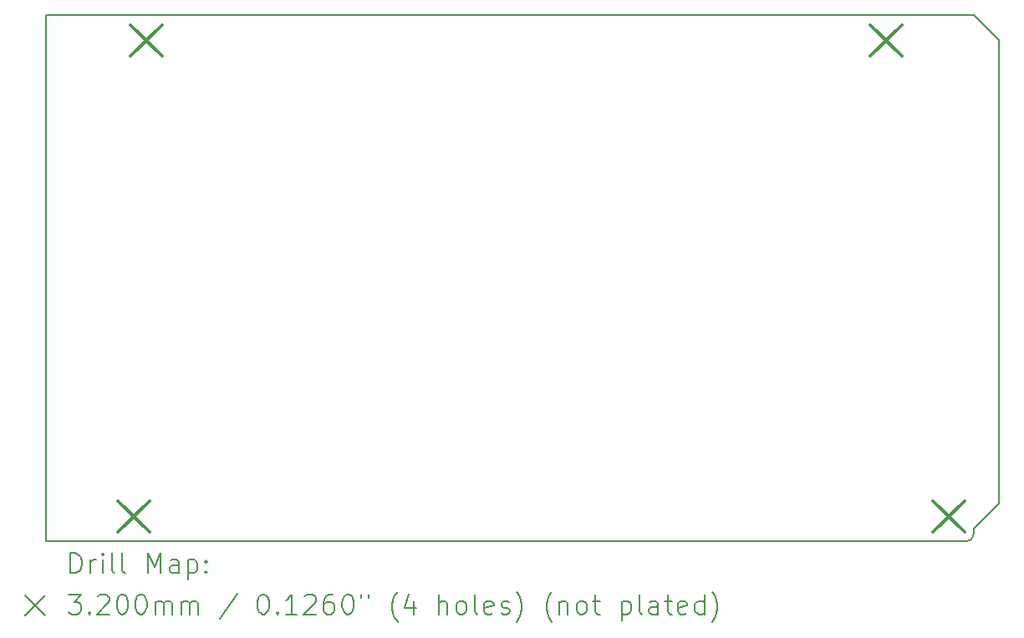
<source format=gbr>
%TF.GenerationSoftware,KiCad,Pcbnew,(6.0.8)*%
%TF.CreationDate,2022-10-24T16:19:59-07:00*%
%TF.ProjectId,p_4,705f342e-6b69-4636-9164-5f7063625858,rev?*%
%TF.SameCoordinates,Original*%
%TF.FileFunction,Drillmap*%
%TF.FilePolarity,Positive*%
%FSLAX45Y45*%
G04 Gerber Fmt 4.5, Leading zero omitted, Abs format (unit mm)*
G04 Created by KiCad (PCBNEW (6.0.8)) date 2022-10-24 16:19:59*
%MOMM*%
%LPD*%
G01*
G04 APERTURE LIST*
%ADD10C,0.150000*%
%ADD11C,0.200000*%
%ADD12C,0.320000*%
G04 APERTURE END LIST*
D10*
X10508000Y-10000000D02*
X10508000Y-4666000D01*
X20160000Y-6190000D02*
X20160000Y-9619000D01*
X20160000Y-4920000D02*
X19906000Y-4666000D01*
X19829800Y-10000000D02*
X10508000Y-10000000D01*
X10508000Y-4666000D02*
X19652000Y-4666000D01*
X20160000Y-9619000D02*
X19906000Y-9873000D01*
X19829800Y-10000000D02*
G75*
G03*
X19906000Y-9923800I0J76200D01*
G01*
X19906000Y-4666000D02*
X19652000Y-4666000D01*
X20160000Y-4920000D02*
X20160000Y-5936000D01*
X19906000Y-9873000D02*
X19906000Y-9923800D01*
X20160000Y-6190000D02*
X20160000Y-5936000D01*
D11*
D12*
X11237000Y-9586000D02*
X11557000Y-9906000D01*
X11557000Y-9586000D02*
X11237000Y-9906000D01*
X11364000Y-4760000D02*
X11684000Y-5080000D01*
X11684000Y-4760000D02*
X11364000Y-5080000D01*
X18857000Y-4760000D02*
X19177000Y-5080000D01*
X19177000Y-4760000D02*
X18857000Y-5080000D01*
X19492000Y-9586000D02*
X19812000Y-9906000D01*
X19812000Y-9586000D02*
X19492000Y-9906000D01*
D11*
X10758119Y-10317976D02*
X10758119Y-10117976D01*
X10805738Y-10117976D01*
X10834310Y-10127500D01*
X10853357Y-10146548D01*
X10862881Y-10165595D01*
X10872405Y-10203690D01*
X10872405Y-10232262D01*
X10862881Y-10270357D01*
X10853357Y-10289405D01*
X10834310Y-10308452D01*
X10805738Y-10317976D01*
X10758119Y-10317976D01*
X10958119Y-10317976D02*
X10958119Y-10184643D01*
X10958119Y-10222738D02*
X10967643Y-10203690D01*
X10977167Y-10194167D01*
X10996214Y-10184643D01*
X11015262Y-10184643D01*
X11081929Y-10317976D02*
X11081929Y-10184643D01*
X11081929Y-10117976D02*
X11072405Y-10127500D01*
X11081929Y-10137024D01*
X11091452Y-10127500D01*
X11081929Y-10117976D01*
X11081929Y-10137024D01*
X11205738Y-10317976D02*
X11186690Y-10308452D01*
X11177167Y-10289405D01*
X11177167Y-10117976D01*
X11310500Y-10317976D02*
X11291452Y-10308452D01*
X11281928Y-10289405D01*
X11281928Y-10117976D01*
X11539071Y-10317976D02*
X11539071Y-10117976D01*
X11605738Y-10260833D01*
X11672405Y-10117976D01*
X11672405Y-10317976D01*
X11853357Y-10317976D02*
X11853357Y-10213214D01*
X11843833Y-10194167D01*
X11824786Y-10184643D01*
X11786690Y-10184643D01*
X11767643Y-10194167D01*
X11853357Y-10308452D02*
X11834309Y-10317976D01*
X11786690Y-10317976D01*
X11767643Y-10308452D01*
X11758119Y-10289405D01*
X11758119Y-10270357D01*
X11767643Y-10251310D01*
X11786690Y-10241786D01*
X11834309Y-10241786D01*
X11853357Y-10232262D01*
X11948595Y-10184643D02*
X11948595Y-10384643D01*
X11948595Y-10194167D02*
X11967643Y-10184643D01*
X12005738Y-10184643D01*
X12024786Y-10194167D01*
X12034309Y-10203690D01*
X12043833Y-10222738D01*
X12043833Y-10279881D01*
X12034309Y-10298929D01*
X12024786Y-10308452D01*
X12005738Y-10317976D01*
X11967643Y-10317976D01*
X11948595Y-10308452D01*
X12129548Y-10298929D02*
X12139071Y-10308452D01*
X12129548Y-10317976D01*
X12120024Y-10308452D01*
X12129548Y-10298929D01*
X12129548Y-10317976D01*
X12129548Y-10194167D02*
X12139071Y-10203690D01*
X12129548Y-10213214D01*
X12120024Y-10203690D01*
X12129548Y-10194167D01*
X12129548Y-10213214D01*
X10300500Y-10547500D02*
X10500500Y-10747500D01*
X10500500Y-10547500D02*
X10300500Y-10747500D01*
X10739071Y-10537976D02*
X10862881Y-10537976D01*
X10796214Y-10614167D01*
X10824786Y-10614167D01*
X10843833Y-10623690D01*
X10853357Y-10633214D01*
X10862881Y-10652262D01*
X10862881Y-10699881D01*
X10853357Y-10718929D01*
X10843833Y-10728452D01*
X10824786Y-10737976D01*
X10767643Y-10737976D01*
X10748595Y-10728452D01*
X10739071Y-10718929D01*
X10948595Y-10718929D02*
X10958119Y-10728452D01*
X10948595Y-10737976D01*
X10939071Y-10728452D01*
X10948595Y-10718929D01*
X10948595Y-10737976D01*
X11034310Y-10557024D02*
X11043833Y-10547500D01*
X11062881Y-10537976D01*
X11110500Y-10537976D01*
X11129548Y-10547500D01*
X11139071Y-10557024D01*
X11148595Y-10576071D01*
X11148595Y-10595119D01*
X11139071Y-10623690D01*
X11024786Y-10737976D01*
X11148595Y-10737976D01*
X11272405Y-10537976D02*
X11291452Y-10537976D01*
X11310500Y-10547500D01*
X11320024Y-10557024D01*
X11329548Y-10576071D01*
X11339071Y-10614167D01*
X11339071Y-10661786D01*
X11329548Y-10699881D01*
X11320024Y-10718929D01*
X11310500Y-10728452D01*
X11291452Y-10737976D01*
X11272405Y-10737976D01*
X11253357Y-10728452D01*
X11243833Y-10718929D01*
X11234309Y-10699881D01*
X11224786Y-10661786D01*
X11224786Y-10614167D01*
X11234309Y-10576071D01*
X11243833Y-10557024D01*
X11253357Y-10547500D01*
X11272405Y-10537976D01*
X11462881Y-10537976D02*
X11481928Y-10537976D01*
X11500976Y-10547500D01*
X11510500Y-10557024D01*
X11520024Y-10576071D01*
X11529548Y-10614167D01*
X11529548Y-10661786D01*
X11520024Y-10699881D01*
X11510500Y-10718929D01*
X11500976Y-10728452D01*
X11481928Y-10737976D01*
X11462881Y-10737976D01*
X11443833Y-10728452D01*
X11434309Y-10718929D01*
X11424786Y-10699881D01*
X11415262Y-10661786D01*
X11415262Y-10614167D01*
X11424786Y-10576071D01*
X11434309Y-10557024D01*
X11443833Y-10547500D01*
X11462881Y-10537976D01*
X11615262Y-10737976D02*
X11615262Y-10604643D01*
X11615262Y-10623690D02*
X11624786Y-10614167D01*
X11643833Y-10604643D01*
X11672405Y-10604643D01*
X11691452Y-10614167D01*
X11700976Y-10633214D01*
X11700976Y-10737976D01*
X11700976Y-10633214D02*
X11710500Y-10614167D01*
X11729548Y-10604643D01*
X11758119Y-10604643D01*
X11777167Y-10614167D01*
X11786690Y-10633214D01*
X11786690Y-10737976D01*
X11881928Y-10737976D02*
X11881928Y-10604643D01*
X11881928Y-10623690D02*
X11891452Y-10614167D01*
X11910500Y-10604643D01*
X11939071Y-10604643D01*
X11958119Y-10614167D01*
X11967643Y-10633214D01*
X11967643Y-10737976D01*
X11967643Y-10633214D02*
X11977167Y-10614167D01*
X11996214Y-10604643D01*
X12024786Y-10604643D01*
X12043833Y-10614167D01*
X12053357Y-10633214D01*
X12053357Y-10737976D01*
X12443833Y-10528452D02*
X12272405Y-10785595D01*
X12700976Y-10537976D02*
X12720024Y-10537976D01*
X12739071Y-10547500D01*
X12748595Y-10557024D01*
X12758119Y-10576071D01*
X12767643Y-10614167D01*
X12767643Y-10661786D01*
X12758119Y-10699881D01*
X12748595Y-10718929D01*
X12739071Y-10728452D01*
X12720024Y-10737976D01*
X12700976Y-10737976D01*
X12681928Y-10728452D01*
X12672405Y-10718929D01*
X12662881Y-10699881D01*
X12653357Y-10661786D01*
X12653357Y-10614167D01*
X12662881Y-10576071D01*
X12672405Y-10557024D01*
X12681928Y-10547500D01*
X12700976Y-10537976D01*
X12853357Y-10718929D02*
X12862881Y-10728452D01*
X12853357Y-10737976D01*
X12843833Y-10728452D01*
X12853357Y-10718929D01*
X12853357Y-10737976D01*
X13053357Y-10737976D02*
X12939071Y-10737976D01*
X12996214Y-10737976D02*
X12996214Y-10537976D01*
X12977167Y-10566548D01*
X12958119Y-10585595D01*
X12939071Y-10595119D01*
X13129548Y-10557024D02*
X13139071Y-10547500D01*
X13158119Y-10537976D01*
X13205738Y-10537976D01*
X13224786Y-10547500D01*
X13234309Y-10557024D01*
X13243833Y-10576071D01*
X13243833Y-10595119D01*
X13234309Y-10623690D01*
X13120024Y-10737976D01*
X13243833Y-10737976D01*
X13415262Y-10537976D02*
X13377167Y-10537976D01*
X13358119Y-10547500D01*
X13348595Y-10557024D01*
X13329548Y-10585595D01*
X13320024Y-10623690D01*
X13320024Y-10699881D01*
X13329548Y-10718929D01*
X13339071Y-10728452D01*
X13358119Y-10737976D01*
X13396214Y-10737976D01*
X13415262Y-10728452D01*
X13424786Y-10718929D01*
X13434309Y-10699881D01*
X13434309Y-10652262D01*
X13424786Y-10633214D01*
X13415262Y-10623690D01*
X13396214Y-10614167D01*
X13358119Y-10614167D01*
X13339071Y-10623690D01*
X13329548Y-10633214D01*
X13320024Y-10652262D01*
X13558119Y-10537976D02*
X13577167Y-10537976D01*
X13596214Y-10547500D01*
X13605738Y-10557024D01*
X13615262Y-10576071D01*
X13624786Y-10614167D01*
X13624786Y-10661786D01*
X13615262Y-10699881D01*
X13605738Y-10718929D01*
X13596214Y-10728452D01*
X13577167Y-10737976D01*
X13558119Y-10737976D01*
X13539071Y-10728452D01*
X13529548Y-10718929D01*
X13520024Y-10699881D01*
X13510500Y-10661786D01*
X13510500Y-10614167D01*
X13520024Y-10576071D01*
X13529548Y-10557024D01*
X13539071Y-10547500D01*
X13558119Y-10537976D01*
X13700976Y-10537976D02*
X13700976Y-10576071D01*
X13777167Y-10537976D02*
X13777167Y-10576071D01*
X14072405Y-10814167D02*
X14062881Y-10804643D01*
X14043833Y-10776071D01*
X14034309Y-10757024D01*
X14024786Y-10728452D01*
X14015262Y-10680833D01*
X14015262Y-10642738D01*
X14024786Y-10595119D01*
X14034309Y-10566548D01*
X14043833Y-10547500D01*
X14062881Y-10518929D01*
X14072405Y-10509405D01*
X14234309Y-10604643D02*
X14234309Y-10737976D01*
X14186690Y-10528452D02*
X14139071Y-10671310D01*
X14262881Y-10671310D01*
X14491452Y-10737976D02*
X14491452Y-10537976D01*
X14577167Y-10737976D02*
X14577167Y-10633214D01*
X14567643Y-10614167D01*
X14548595Y-10604643D01*
X14520024Y-10604643D01*
X14500976Y-10614167D01*
X14491452Y-10623690D01*
X14700976Y-10737976D02*
X14681928Y-10728452D01*
X14672405Y-10718929D01*
X14662881Y-10699881D01*
X14662881Y-10642738D01*
X14672405Y-10623690D01*
X14681928Y-10614167D01*
X14700976Y-10604643D01*
X14729548Y-10604643D01*
X14748595Y-10614167D01*
X14758119Y-10623690D01*
X14767643Y-10642738D01*
X14767643Y-10699881D01*
X14758119Y-10718929D01*
X14748595Y-10728452D01*
X14729548Y-10737976D01*
X14700976Y-10737976D01*
X14881928Y-10737976D02*
X14862881Y-10728452D01*
X14853357Y-10709405D01*
X14853357Y-10537976D01*
X15034309Y-10728452D02*
X15015262Y-10737976D01*
X14977167Y-10737976D01*
X14958119Y-10728452D01*
X14948595Y-10709405D01*
X14948595Y-10633214D01*
X14958119Y-10614167D01*
X14977167Y-10604643D01*
X15015262Y-10604643D01*
X15034309Y-10614167D01*
X15043833Y-10633214D01*
X15043833Y-10652262D01*
X14948595Y-10671310D01*
X15120024Y-10728452D02*
X15139071Y-10737976D01*
X15177167Y-10737976D01*
X15196214Y-10728452D01*
X15205738Y-10709405D01*
X15205738Y-10699881D01*
X15196214Y-10680833D01*
X15177167Y-10671310D01*
X15148595Y-10671310D01*
X15129548Y-10661786D01*
X15120024Y-10642738D01*
X15120024Y-10633214D01*
X15129548Y-10614167D01*
X15148595Y-10604643D01*
X15177167Y-10604643D01*
X15196214Y-10614167D01*
X15272405Y-10814167D02*
X15281928Y-10804643D01*
X15300976Y-10776071D01*
X15310500Y-10757024D01*
X15320024Y-10728452D01*
X15329548Y-10680833D01*
X15329548Y-10642738D01*
X15320024Y-10595119D01*
X15310500Y-10566548D01*
X15300976Y-10547500D01*
X15281928Y-10518929D01*
X15272405Y-10509405D01*
X15634309Y-10814167D02*
X15624786Y-10804643D01*
X15605738Y-10776071D01*
X15596214Y-10757024D01*
X15586690Y-10728452D01*
X15577167Y-10680833D01*
X15577167Y-10642738D01*
X15586690Y-10595119D01*
X15596214Y-10566548D01*
X15605738Y-10547500D01*
X15624786Y-10518929D01*
X15634309Y-10509405D01*
X15710500Y-10604643D02*
X15710500Y-10737976D01*
X15710500Y-10623690D02*
X15720024Y-10614167D01*
X15739071Y-10604643D01*
X15767643Y-10604643D01*
X15786690Y-10614167D01*
X15796214Y-10633214D01*
X15796214Y-10737976D01*
X15920024Y-10737976D02*
X15900976Y-10728452D01*
X15891452Y-10718929D01*
X15881928Y-10699881D01*
X15881928Y-10642738D01*
X15891452Y-10623690D01*
X15900976Y-10614167D01*
X15920024Y-10604643D01*
X15948595Y-10604643D01*
X15967643Y-10614167D01*
X15977167Y-10623690D01*
X15986690Y-10642738D01*
X15986690Y-10699881D01*
X15977167Y-10718929D01*
X15967643Y-10728452D01*
X15948595Y-10737976D01*
X15920024Y-10737976D01*
X16043833Y-10604643D02*
X16120024Y-10604643D01*
X16072405Y-10537976D02*
X16072405Y-10709405D01*
X16081928Y-10728452D01*
X16100976Y-10737976D01*
X16120024Y-10737976D01*
X16339071Y-10604643D02*
X16339071Y-10804643D01*
X16339071Y-10614167D02*
X16358119Y-10604643D01*
X16396214Y-10604643D01*
X16415262Y-10614167D01*
X16424786Y-10623690D01*
X16434309Y-10642738D01*
X16434309Y-10699881D01*
X16424786Y-10718929D01*
X16415262Y-10728452D01*
X16396214Y-10737976D01*
X16358119Y-10737976D01*
X16339071Y-10728452D01*
X16548595Y-10737976D02*
X16529548Y-10728452D01*
X16520024Y-10709405D01*
X16520024Y-10537976D01*
X16710500Y-10737976D02*
X16710500Y-10633214D01*
X16700976Y-10614167D01*
X16681928Y-10604643D01*
X16643833Y-10604643D01*
X16624786Y-10614167D01*
X16710500Y-10728452D02*
X16691452Y-10737976D01*
X16643833Y-10737976D01*
X16624786Y-10728452D01*
X16615262Y-10709405D01*
X16615262Y-10690357D01*
X16624786Y-10671310D01*
X16643833Y-10661786D01*
X16691452Y-10661786D01*
X16710500Y-10652262D01*
X16777167Y-10604643D02*
X16853357Y-10604643D01*
X16805738Y-10537976D02*
X16805738Y-10709405D01*
X16815262Y-10728452D01*
X16834310Y-10737976D01*
X16853357Y-10737976D01*
X16996214Y-10728452D02*
X16977167Y-10737976D01*
X16939071Y-10737976D01*
X16920024Y-10728452D01*
X16910500Y-10709405D01*
X16910500Y-10633214D01*
X16920024Y-10614167D01*
X16939071Y-10604643D01*
X16977167Y-10604643D01*
X16996214Y-10614167D01*
X17005738Y-10633214D01*
X17005738Y-10652262D01*
X16910500Y-10671310D01*
X17177167Y-10737976D02*
X17177167Y-10537976D01*
X17177167Y-10728452D02*
X17158119Y-10737976D01*
X17120024Y-10737976D01*
X17100976Y-10728452D01*
X17091452Y-10718929D01*
X17081929Y-10699881D01*
X17081929Y-10642738D01*
X17091452Y-10623690D01*
X17100976Y-10614167D01*
X17120024Y-10604643D01*
X17158119Y-10604643D01*
X17177167Y-10614167D01*
X17253357Y-10814167D02*
X17262881Y-10804643D01*
X17281929Y-10776071D01*
X17291452Y-10757024D01*
X17300976Y-10728452D01*
X17310500Y-10680833D01*
X17310500Y-10642738D01*
X17300976Y-10595119D01*
X17291452Y-10566548D01*
X17281929Y-10547500D01*
X17262881Y-10518929D01*
X17253357Y-10509405D01*
M02*

</source>
